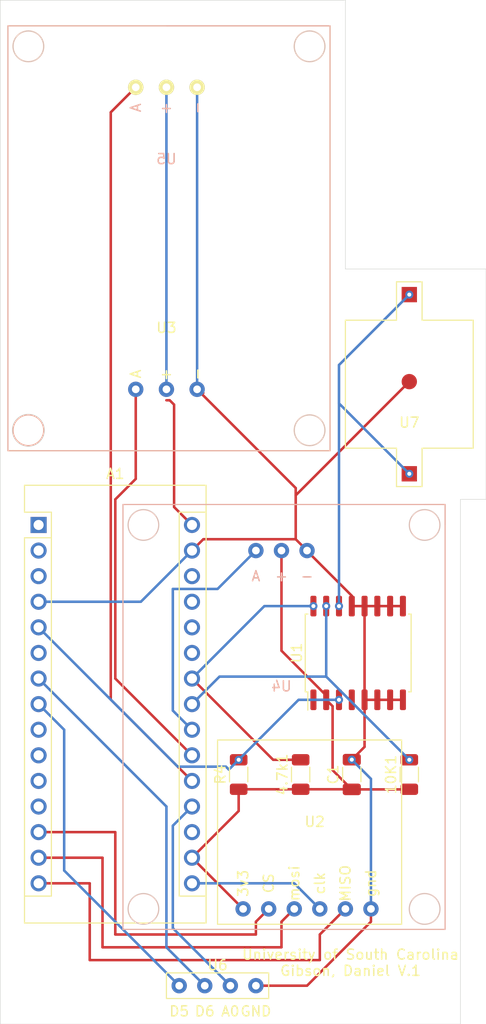
<source format=kicad_pcb>
(kicad_pcb (version 20171130) (host pcbnew "(5.1.10)-1")

  (general
    (thickness 1.6)
    (drawings 23)
    (tracks 113)
    (zones 0)
    (modules 12)
    (nets 33)
  )

  (page A4)
  (layers
    (0 F.Cu signal)
    (31 B.Cu signal)
    (32 B.Adhes user)
    (33 F.Adhes user)
    (34 B.Paste user)
    (35 F.Paste user)
    (36 B.SilkS user)
    (37 F.SilkS user)
    (38 B.Mask user)
    (39 F.Mask user)
    (40 Dwgs.User user)
    (41 Cmts.User user)
    (42 Eco1.User user)
    (43 Eco2.User user)
    (44 Edge.Cuts user)
    (45 Margin user)
    (46 B.CrtYd user)
    (47 F.CrtYd user)
    (48 B.Fab user)
    (49 F.Fab user)
  )

  (setup
    (last_trace_width 0.25)
    (trace_clearance 0.2)
    (zone_clearance 0.508)
    (zone_45_only no)
    (trace_min 0.2)
    (via_size 0.8)
    (via_drill 0.4)
    (via_min_size 0.4)
    (via_min_drill 0.3)
    (uvia_size 0.3)
    (uvia_drill 0.1)
    (uvias_allowed no)
    (uvia_min_size 0.2)
    (uvia_min_drill 0.1)
    (edge_width 0.05)
    (segment_width 0.2)
    (pcb_text_width 0.3)
    (pcb_text_size 1.5 1.5)
    (mod_edge_width 0.12)
    (mod_text_size 1 1)
    (mod_text_width 0.15)
    (pad_size 1.524 1.524)
    (pad_drill 0.762)
    (pad_to_mask_clearance 0)
    (aux_axis_origin 0 0)
    (visible_elements 7FFFFFFF)
    (pcbplotparams
      (layerselection 0x010fc_ffffffff)
      (usegerberextensions false)
      (usegerberattributes true)
      (usegerberadvancedattributes true)
      (creategerberjobfile true)
      (excludeedgelayer true)
      (linewidth 0.100000)
      (plotframeref false)
      (viasonmask false)
      (mode 1)
      (useauxorigin false)
      (hpglpennumber 1)
      (hpglpenspeed 20)
      (hpglpendiameter 15.000000)
      (psnegative false)
      (psa4output false)
      (plotreference true)
      (plotvalue true)
      (plotinvisibletext false)
      (padsonsilk false)
      (subtractmaskfromsilk false)
      (outputformat 1)
      (mirror false)
      (drillshape 0)
      (scaleselection 1)
      (outputdirectory "./"))
  )

  (net 0 "")
  (net 1 "Net-(A1-Pad1)")
  (net 2 "Net-(10K1-Pad1)")
  (net 3 "Net-(A1-Pad2)")
  (net 4 "Net-(A1-Pad18)")
  (net 5 "Net-(A1-Pad3)")
  (net 6 "Net-(A1-Pad19)")
  (net 7 GND)
  (net 8 "Net-(A1-Pad20)")
  (net 9 "Net-(A1-Pad5)")
  (net 10 "Net-(A1-Pad21)")
  (net 11 "Net-(A1-Pad6)")
  (net 12 "Net-(A1-Pad22)")
  (net 13 "Net-(A1-Pad7)")
  (net 14 "Net-(10K1-Pad2)")
  (net 15 "Net-(A1-Pad8)")
  (net 16 "Net-(4.7k1-Pad2)")
  (net 17 "Net-(A1-Pad9)")
  (net 18 "Net-(A1-Pad25)")
  (net 19 "Net-(A1-Pad10)")
  (net 20 "Net-(A1-Pad26)")
  (net 21 "Net-(A1-Pad11)")
  (net 22 "Net-(A1-Pad27)")
  (net 23 "Net-(A1-Pad12)")
  (net 24 "Net-(A1-Pad28)")
  (net 25 "Net-(A1-Pad13)")
  (net 26 "Net-(A1-Pad14)")
  (net 27 "Net-(A1-Pad30)")
  (net 28 "Net-(A1-Pad15)")
  (net 29 "Net-(A1-Pad16)")
  (net 30 "Net-(U1-Pad1)")
  (net 31 "Net-(U1-Pad4)")
  (net 32 "Net-(U1-Pad14)")

  (net_class Default "This is the default net class."
    (clearance 0.2)
    (trace_width 0.25)
    (via_dia 0.8)
    (via_drill 0.4)
    (uvia_dia 0.3)
    (uvia_drill 0.1)
    (add_net GND)
    (add_net "Net-(10K1-Pad1)")
    (add_net "Net-(10K1-Pad2)")
    (add_net "Net-(4.7k1-Pad2)")
    (add_net "Net-(A1-Pad1)")
    (add_net "Net-(A1-Pad10)")
    (add_net "Net-(A1-Pad11)")
    (add_net "Net-(A1-Pad12)")
    (add_net "Net-(A1-Pad13)")
    (add_net "Net-(A1-Pad14)")
    (add_net "Net-(A1-Pad15)")
    (add_net "Net-(A1-Pad16)")
    (add_net "Net-(A1-Pad18)")
    (add_net "Net-(A1-Pad19)")
    (add_net "Net-(A1-Pad2)")
    (add_net "Net-(A1-Pad20)")
    (add_net "Net-(A1-Pad21)")
    (add_net "Net-(A1-Pad22)")
    (add_net "Net-(A1-Pad25)")
    (add_net "Net-(A1-Pad26)")
    (add_net "Net-(A1-Pad27)")
    (add_net "Net-(A1-Pad28)")
    (add_net "Net-(A1-Pad3)")
    (add_net "Net-(A1-Pad30)")
    (add_net "Net-(A1-Pad5)")
    (add_net "Net-(A1-Pad6)")
    (add_net "Net-(A1-Pad7)")
    (add_net "Net-(A1-Pad8)")
    (add_net "Net-(A1-Pad9)")
    (add_net "Net-(U1-Pad1)")
    (add_net "Net-(U1-Pad14)")
    (add_net "Net-(U1-Pad4)")
  )

  (module Resistor_SMD:R_1206_3216Metric (layer F.Cu) (tedit 5F68FEEE) (tstamp 61318EF9)
    (at 147.32 142.875 90)
    (descr "Resistor SMD 1206 (3216 Metric), square (rectangular) end terminal, IPC_7351 nominal, (Body size source: IPC-SM-782 page 72, https://www.pcb-3d.com/wordpress/wp-content/uploads/ipc-sm-782a_amendment_1_and_2.pdf), generated with kicad-footprint-generator")
    (tags resistor)
    (path /611F2F92)
    (attr smd)
    (fp_text reference 10K1 (at 0 -1.82 90) (layer F.SilkS)
      (effects (font (size 1 1) (thickness 0.15)))
    )
    (fp_text value R (at 0 1.82 90) (layer F.Fab)
      (effects (font (size 1 1) (thickness 0.15)))
    )
    (fp_line (start 2.28 1.12) (end -2.28 1.12) (layer F.CrtYd) (width 0.05))
    (fp_line (start 2.28 -1.12) (end 2.28 1.12) (layer F.CrtYd) (width 0.05))
    (fp_line (start -2.28 -1.12) (end 2.28 -1.12) (layer F.CrtYd) (width 0.05))
    (fp_line (start -2.28 1.12) (end -2.28 -1.12) (layer F.CrtYd) (width 0.05))
    (fp_line (start -0.727064 0.91) (end 0.727064 0.91) (layer F.SilkS) (width 0.12))
    (fp_line (start -0.727064 -0.91) (end 0.727064 -0.91) (layer F.SilkS) (width 0.12))
    (fp_line (start 1.6 0.8) (end -1.6 0.8) (layer F.Fab) (width 0.1))
    (fp_line (start 1.6 -0.8) (end 1.6 0.8) (layer F.Fab) (width 0.1))
    (fp_line (start -1.6 -0.8) (end 1.6 -0.8) (layer F.Fab) (width 0.1))
    (fp_line (start -1.6 0.8) (end -1.6 -0.8) (layer F.Fab) (width 0.1))
    (fp_text user %R (at 0 0 90) (layer F.Fab)
      (effects (font (size 0.8 0.8) (thickness 0.12)))
    )
    (pad 2 smd roundrect (at 1.4625 0 90) (size 1.125 1.75) (layers F.Cu F.Paste F.Mask) (roundrect_rratio 0.2222213333333333)
      (net 14 "Net-(10K1-Pad2)"))
    (pad 1 smd roundrect (at -1.4625 0 90) (size 1.125 1.75) (layers F.Cu F.Paste F.Mask) (roundrect_rratio 0.2222213333333333)
      (net 2 "Net-(10K1-Pad1)"))
    (model ${KISYS3DMOD}/Resistor_SMD.3dshapes/R_1206_3216Metric.wrl
      (at (xyz 0 0 0))
      (scale (xyz 1 1 1))
      (rotate (xyz 0 0 0))
    )
  )

  (module Resistor_SMD:R_1206_3216Metric (layer F.Cu) (tedit 5F68FEEE) (tstamp 61318F0A)
    (at 136.525 142.875 90)
    (descr "Resistor SMD 1206 (3216 Metric), square (rectangular) end terminal, IPC_7351 nominal, (Body size source: IPC-SM-782 page 72, https://www.pcb-3d.com/wordpress/wp-content/uploads/ipc-sm-782a_amendment_1_and_2.pdf), generated with kicad-footprint-generator")
    (tags resistor)
    (path /611F1A9A)
    (attr smd)
    (fp_text reference 4.7k1 (at 0 -1.82 90) (layer F.SilkS)
      (effects (font (size 1 1) (thickness 0.15)))
    )
    (fp_text value R (at 0 1.82 90) (layer F.Fab)
      (effects (font (size 1 1) (thickness 0.15)))
    )
    (fp_line (start -1.6 0.8) (end -1.6 -0.8) (layer F.Fab) (width 0.1))
    (fp_line (start -1.6 -0.8) (end 1.6 -0.8) (layer F.Fab) (width 0.1))
    (fp_line (start 1.6 -0.8) (end 1.6 0.8) (layer F.Fab) (width 0.1))
    (fp_line (start 1.6 0.8) (end -1.6 0.8) (layer F.Fab) (width 0.1))
    (fp_line (start -0.727064 -0.91) (end 0.727064 -0.91) (layer F.SilkS) (width 0.12))
    (fp_line (start -0.727064 0.91) (end 0.727064 0.91) (layer F.SilkS) (width 0.12))
    (fp_line (start -2.28 1.12) (end -2.28 -1.12) (layer F.CrtYd) (width 0.05))
    (fp_line (start -2.28 -1.12) (end 2.28 -1.12) (layer F.CrtYd) (width 0.05))
    (fp_line (start 2.28 -1.12) (end 2.28 1.12) (layer F.CrtYd) (width 0.05))
    (fp_line (start 2.28 1.12) (end -2.28 1.12) (layer F.CrtYd) (width 0.05))
    (fp_text user %R (at 0 0 90) (layer F.Fab)
      (effects (font (size 0.8 0.8) (thickness 0.12)))
    )
    (pad 1 smd roundrect (at -1.4625 0 90) (size 1.125 1.75) (layers F.Cu F.Paste F.Mask) (roundrect_rratio 0.2222213333333333)
      (net 2 "Net-(10K1-Pad1)"))
    (pad 2 smd roundrect (at 1.4625 0 90) (size 1.125 1.75) (layers F.Cu F.Paste F.Mask) (roundrect_rratio 0.2222213333333333)
      (net 16 "Net-(4.7k1-Pad2)"))
    (model ${KISYS3DMOD}/Resistor_SMD.3dshapes/R_1206_3216Metric.wrl
      (at (xyz 0 0 0))
      (scale (xyz 1 1 1))
      (rotate (xyz 0 0 0))
    )
  )

  (module Module:Arduino_Nano (layer F.Cu) (tedit 58ACAF70) (tstamp 61318F47)
    (at 110.49 118.11)
    (descr "Arduino Nano, http://www.mouser.com/pdfdocs/Gravitech_Arduino_Nano3_0.pdf")
    (tags "Arduino Nano")
    (path /611D9AC7)
    (fp_text reference A1 (at 7.62 -5.08) (layer F.SilkS)
      (effects (font (size 1 1) (thickness 0.15)))
    )
    (fp_text value Arduino_Nano_v3.x (at 8.89 19.05 90) (layer F.Fab)
      (effects (font (size 1 1) (thickness 0.15)))
    )
    (fp_line (start 1.27 1.27) (end 1.27 -1.27) (layer F.SilkS) (width 0.12))
    (fp_line (start 1.27 -1.27) (end -1.4 -1.27) (layer F.SilkS) (width 0.12))
    (fp_line (start -1.4 1.27) (end -1.4 39.5) (layer F.SilkS) (width 0.12))
    (fp_line (start -1.4 -3.94) (end -1.4 -1.27) (layer F.SilkS) (width 0.12))
    (fp_line (start 13.97 -1.27) (end 16.64 -1.27) (layer F.SilkS) (width 0.12))
    (fp_line (start 13.97 -1.27) (end 13.97 36.83) (layer F.SilkS) (width 0.12))
    (fp_line (start 13.97 36.83) (end 16.64 36.83) (layer F.SilkS) (width 0.12))
    (fp_line (start 1.27 1.27) (end -1.4 1.27) (layer F.SilkS) (width 0.12))
    (fp_line (start 1.27 1.27) (end 1.27 36.83) (layer F.SilkS) (width 0.12))
    (fp_line (start 1.27 36.83) (end -1.4 36.83) (layer F.SilkS) (width 0.12))
    (fp_line (start 3.81 31.75) (end 11.43 31.75) (layer F.Fab) (width 0.1))
    (fp_line (start 11.43 31.75) (end 11.43 41.91) (layer F.Fab) (width 0.1))
    (fp_line (start 11.43 41.91) (end 3.81 41.91) (layer F.Fab) (width 0.1))
    (fp_line (start 3.81 41.91) (end 3.81 31.75) (layer F.Fab) (width 0.1))
    (fp_line (start -1.4 39.5) (end 16.64 39.5) (layer F.SilkS) (width 0.12))
    (fp_line (start 16.64 39.5) (end 16.64 -3.94) (layer F.SilkS) (width 0.12))
    (fp_line (start 16.64 -3.94) (end -1.4 -3.94) (layer F.SilkS) (width 0.12))
    (fp_line (start 16.51 39.37) (end -1.27 39.37) (layer F.Fab) (width 0.1))
    (fp_line (start -1.27 39.37) (end -1.27 -2.54) (layer F.Fab) (width 0.1))
    (fp_line (start -1.27 -2.54) (end 0 -3.81) (layer F.Fab) (width 0.1))
    (fp_line (start 0 -3.81) (end 16.51 -3.81) (layer F.Fab) (width 0.1))
    (fp_line (start 16.51 -3.81) (end 16.51 39.37) (layer F.Fab) (width 0.1))
    (fp_line (start -1.53 -4.06) (end 16.75 -4.06) (layer F.CrtYd) (width 0.05))
    (fp_line (start -1.53 -4.06) (end -1.53 42.16) (layer F.CrtYd) (width 0.05))
    (fp_line (start 16.75 42.16) (end 16.75 -4.06) (layer F.CrtYd) (width 0.05))
    (fp_line (start 16.75 42.16) (end -1.53 42.16) (layer F.CrtYd) (width 0.05))
    (fp_text user %R (at 6.35 19.05 90) (layer F.Fab)
      (effects (font (size 1 1) (thickness 0.15)))
    )
    (pad 1 thru_hole rect (at 0 0) (size 1.6 1.6) (drill 1) (layers *.Cu *.Mask)
      (net 1 "Net-(A1-Pad1)"))
    (pad 17 thru_hole oval (at 15.24 33.02) (size 1.6 1.6) (drill 1) (layers *.Cu *.Mask)
      (net 2 "Net-(10K1-Pad1)"))
    (pad 2 thru_hole oval (at 0 2.54) (size 1.6 1.6) (drill 1) (layers *.Cu *.Mask)
      (net 3 "Net-(A1-Pad2)"))
    (pad 18 thru_hole oval (at 15.24 30.48) (size 1.6 1.6) (drill 1) (layers *.Cu *.Mask)
      (net 4 "Net-(A1-Pad18)"))
    (pad 3 thru_hole oval (at 0 5.08) (size 1.6 1.6) (drill 1) (layers *.Cu *.Mask)
      (net 5 "Net-(A1-Pad3)"))
    (pad 19 thru_hole oval (at 15.24 27.94) (size 1.6 1.6) (drill 1) (layers *.Cu *.Mask)
      (net 6 "Net-(A1-Pad19)"))
    (pad 4 thru_hole oval (at 0 7.62) (size 1.6 1.6) (drill 1) (layers *.Cu *.Mask)
      (net 7 GND))
    (pad 20 thru_hole oval (at 15.24 25.4) (size 1.6 1.6) (drill 1) (layers *.Cu *.Mask)
      (net 8 "Net-(A1-Pad20)"))
    (pad 5 thru_hole oval (at 0 10.16) (size 1.6 1.6) (drill 1) (layers *.Cu *.Mask)
      (net 9 "Net-(A1-Pad5)"))
    (pad 21 thru_hole oval (at 15.24 22.86) (size 1.6 1.6) (drill 1) (layers *.Cu *.Mask)
      (net 10 "Net-(A1-Pad21)"))
    (pad 6 thru_hole oval (at 0 12.7) (size 1.6 1.6) (drill 1) (layers *.Cu *.Mask)
      (net 11 "Net-(A1-Pad6)"))
    (pad 22 thru_hole oval (at 15.24 20.32) (size 1.6 1.6) (drill 1) (layers *.Cu *.Mask)
      (net 12 "Net-(A1-Pad22)"))
    (pad 7 thru_hole oval (at 0 15.24) (size 1.6 1.6) (drill 1) (layers *.Cu *.Mask)
      (net 13 "Net-(A1-Pad7)"))
    (pad 23 thru_hole oval (at 15.24 17.78) (size 1.6 1.6) (drill 1) (layers *.Cu *.Mask)
      (net 14 "Net-(10K1-Pad2)"))
    (pad 8 thru_hole oval (at 0 17.78) (size 1.6 1.6) (drill 1) (layers *.Cu *.Mask)
      (net 15 "Net-(A1-Pad8)"))
    (pad 24 thru_hole oval (at 15.24 15.24) (size 1.6 1.6) (drill 1) (layers *.Cu *.Mask)
      (net 16 "Net-(4.7k1-Pad2)"))
    (pad 9 thru_hole oval (at 0 20.32) (size 1.6 1.6) (drill 1) (layers *.Cu *.Mask)
      (net 17 "Net-(A1-Pad9)"))
    (pad 25 thru_hole oval (at 15.24 12.7) (size 1.6 1.6) (drill 1) (layers *.Cu *.Mask)
      (net 18 "Net-(A1-Pad25)"))
    (pad 10 thru_hole oval (at 0 22.86) (size 1.6 1.6) (drill 1) (layers *.Cu *.Mask)
      (net 19 "Net-(A1-Pad10)"))
    (pad 26 thru_hole oval (at 15.24 10.16) (size 1.6 1.6) (drill 1) (layers *.Cu *.Mask)
      (net 20 "Net-(A1-Pad26)"))
    (pad 11 thru_hole oval (at 0 25.4) (size 1.6 1.6) (drill 1) (layers *.Cu *.Mask)
      (net 21 "Net-(A1-Pad11)"))
    (pad 27 thru_hole oval (at 15.24 7.62) (size 1.6 1.6) (drill 1) (layers *.Cu *.Mask)
      (net 22 "Net-(A1-Pad27)"))
    (pad 12 thru_hole oval (at 0 27.94) (size 1.6 1.6) (drill 1) (layers *.Cu *.Mask)
      (net 23 "Net-(A1-Pad12)"))
    (pad 28 thru_hole oval (at 15.24 5.08) (size 1.6 1.6) (drill 1) (layers *.Cu *.Mask)
      (net 24 "Net-(A1-Pad28)"))
    (pad 13 thru_hole oval (at 0 30.48) (size 1.6 1.6) (drill 1) (layers *.Cu *.Mask)
      (net 25 "Net-(A1-Pad13)"))
    (pad 29 thru_hole oval (at 15.24 2.54) (size 1.6 1.6) (drill 1) (layers *.Cu *.Mask)
      (net 7 GND))
    (pad 14 thru_hole oval (at 0 33.02) (size 1.6 1.6) (drill 1) (layers *.Cu *.Mask)
      (net 26 "Net-(A1-Pad14)"))
    (pad 30 thru_hole oval (at 15.24 0) (size 1.6 1.6) (drill 1) (layers *.Cu *.Mask)
      (net 27 "Net-(A1-Pad30)"))
    (pad 15 thru_hole oval (at 0 35.56) (size 1.6 1.6) (drill 1) (layers *.Cu *.Mask)
      (net 28 "Net-(A1-Pad15)"))
    (pad 16 thru_hole oval (at 15.24 35.56) (size 1.6 1.6) (drill 1) (layers *.Cu *.Mask)
      (net 29 "Net-(A1-Pad16)"))
    (model ${KISYS3DMOD}/Module.3dshapes/Arduino_Nano_WithMountingHoles.wrl
      (at (xyz 0 0 0))
      (scale (xyz 1 1 1))
      (rotate (xyz 0 0 0))
    )
  )

  (module Capacitor_SMD:C_1206_3216Metric (layer F.Cu) (tedit 5F68FEEE) (tstamp 61318F58)
    (at 141.605 142.875 90)
    (descr "Capacitor SMD 1206 (3216 Metric), square (rectangular) end terminal, IPC_7351 nominal, (Body size source: IPC-SM-782 page 76, https://www.pcb-3d.com/wordpress/wp-content/uploads/ipc-sm-782a_amendment_1_and_2.pdf), generated with kicad-footprint-generator")
    (tags capacitor)
    (path /6120FB5F)
    (attr smd)
    (fp_text reference C1 (at 0 -1.85 90) (layer F.SilkS)
      (effects (font (size 1 1) (thickness 0.15)))
    )
    (fp_text value C (at 0 1.85 90) (layer F.Fab)
      (effects (font (size 1 1) (thickness 0.15)))
    )
    (fp_line (start -1.6 0.8) (end -1.6 -0.8) (layer F.Fab) (width 0.1))
    (fp_line (start -1.6 -0.8) (end 1.6 -0.8) (layer F.Fab) (width 0.1))
    (fp_line (start 1.6 -0.8) (end 1.6 0.8) (layer F.Fab) (width 0.1))
    (fp_line (start 1.6 0.8) (end -1.6 0.8) (layer F.Fab) (width 0.1))
    (fp_line (start -0.711252 -0.91) (end 0.711252 -0.91) (layer F.SilkS) (width 0.12))
    (fp_line (start -0.711252 0.91) (end 0.711252 0.91) (layer F.SilkS) (width 0.12))
    (fp_line (start -2.3 1.15) (end -2.3 -1.15) (layer F.CrtYd) (width 0.05))
    (fp_line (start -2.3 -1.15) (end 2.3 -1.15) (layer F.CrtYd) (width 0.05))
    (fp_line (start 2.3 -1.15) (end 2.3 1.15) (layer F.CrtYd) (width 0.05))
    (fp_line (start 2.3 1.15) (end -2.3 1.15) (layer F.CrtYd) (width 0.05))
    (fp_text user %R (at 0 0 90) (layer F.Fab)
      (effects (font (size 0.8 0.8) (thickness 0.12)))
    )
    (pad 1 smd roundrect (at -1.475 0 90) (size 1.15 1.8) (layers F.Cu F.Paste F.Mask) (roundrect_rratio 0.2173904347826087)
      (net 2 "Net-(10K1-Pad1)"))
    (pad 2 smd roundrect (at 1.475 0 90) (size 1.15 1.8) (layers F.Cu F.Paste F.Mask) (roundrect_rratio 0.2173904347826087)
      (net 7 GND))
    (model ${KISYS3DMOD}/Capacitor_SMD.3dshapes/C_1206_3216Metric.wrl
      (at (xyz 0 0 0))
      (scale (xyz 1 1 1))
      (rotate (xyz 0 0 0))
    )
  )

  (module Resistor_SMD:R_1206_3216Metric (layer F.Cu) (tedit 5F68FEEE) (tstamp 61318F69)
    (at 130.3675 142.875 90)
    (descr "Resistor SMD 1206 (3216 Metric), square (rectangular) end terminal, IPC_7351 nominal, (Body size source: IPC-SM-782 page 72, https://www.pcb-3d.com/wordpress/wp-content/uploads/ipc-sm-782a_amendment_1_and_2.pdf), generated with kicad-footprint-generator")
    (tags resistor)
    (path /612091F6)
    (attr smd)
    (fp_text reference R4 (at 0 -1.82 90) (layer F.SilkS)
      (effects (font (size 1 1) (thickness 0.15)))
    )
    (fp_text value R (at 0 1.82 90) (layer F.Fab)
      (effects (font (size 1 1) (thickness 0.15)))
    )
    (fp_line (start -1.6 0.8) (end -1.6 -0.8) (layer F.Fab) (width 0.1))
    (fp_line (start -1.6 -0.8) (end 1.6 -0.8) (layer F.Fab) (width 0.1))
    (fp_line (start 1.6 -0.8) (end 1.6 0.8) (layer F.Fab) (width 0.1))
    (fp_line (start 1.6 0.8) (end -1.6 0.8) (layer F.Fab) (width 0.1))
    (fp_line (start -0.727064 -0.91) (end 0.727064 -0.91) (layer F.SilkS) (width 0.12))
    (fp_line (start -0.727064 0.91) (end 0.727064 0.91) (layer F.SilkS) (width 0.12))
    (fp_line (start -2.28 1.12) (end -2.28 -1.12) (layer F.CrtYd) (width 0.05))
    (fp_line (start -2.28 -1.12) (end 2.28 -1.12) (layer F.CrtYd) (width 0.05))
    (fp_line (start 2.28 -1.12) (end 2.28 1.12) (layer F.CrtYd) (width 0.05))
    (fp_line (start 2.28 1.12) (end -2.28 1.12) (layer F.CrtYd) (width 0.05))
    (fp_text user %R (at 0 0 90) (layer F.Fab)
      (effects (font (size 0.8 0.8) (thickness 0.12)))
    )
    (pad 1 smd roundrect (at -1.4625 0 90) (size 1.125 1.75) (layers F.Cu F.Paste F.Mask) (roundrect_rratio 0.2222213333333333)
      (net 2 "Net-(10K1-Pad1)"))
    (pad 2 smd roundrect (at 1.4625 0 90) (size 1.125 1.75) (layers F.Cu F.Paste F.Mask) (roundrect_rratio 0.2222213333333333)
      (net 9 "Net-(A1-Pad5)"))
    (model ${KISYS3DMOD}/Resistor_SMD.3dshapes/R_1206_3216Metric.wrl
      (at (xyz 0 0 0))
      (scale (xyz 1 1 1))
      (rotate (xyz 0 0 0))
    )
  )

  (module Package_SO:SOIC-16W_7.5x10.3mm_P1.27mm (layer F.Cu) (tedit 5D9F72B1) (tstamp 61318F90)
    (at 142.24 130.81 90)
    (descr "SOIC, 16 Pin (JEDEC MS-013AA, https://www.analog.com/media/en/package-pcb-resources/package/pkg_pdf/soic_wide-rw/rw_16.pdf), generated with kicad-footprint-generator ipc_gullwing_generator.py")
    (tags "SOIC SO")
    (path /611DAA6B)
    (attr smd)
    (fp_text reference U1 (at 0 -6.1 90) (layer F.SilkS)
      (effects (font (size 1 1) (thickness 0.15)))
    )
    (fp_text value DS3231M (at 0 6.1 90) (layer F.Fab)
      (effects (font (size 1 1) (thickness 0.15)))
    )
    (fp_line (start 0 5.26) (end 3.86 5.26) (layer F.SilkS) (width 0.12))
    (fp_line (start 3.86 5.26) (end 3.86 5.005) (layer F.SilkS) (width 0.12))
    (fp_line (start 0 5.26) (end -3.86 5.26) (layer F.SilkS) (width 0.12))
    (fp_line (start -3.86 5.26) (end -3.86 5.005) (layer F.SilkS) (width 0.12))
    (fp_line (start 0 -5.26) (end 3.86 -5.26) (layer F.SilkS) (width 0.12))
    (fp_line (start 3.86 -5.26) (end 3.86 -5.005) (layer F.SilkS) (width 0.12))
    (fp_line (start 0 -5.26) (end -3.86 -5.26) (layer F.SilkS) (width 0.12))
    (fp_line (start -3.86 -5.26) (end -3.86 -5.005) (layer F.SilkS) (width 0.12))
    (fp_line (start -3.86 -5.005) (end -5.675 -5.005) (layer F.SilkS) (width 0.12))
    (fp_line (start -2.75 -5.15) (end 3.75 -5.15) (layer F.Fab) (width 0.1))
    (fp_line (start 3.75 -5.15) (end 3.75 5.15) (layer F.Fab) (width 0.1))
    (fp_line (start 3.75 5.15) (end -3.75 5.15) (layer F.Fab) (width 0.1))
    (fp_line (start -3.75 5.15) (end -3.75 -4.15) (layer F.Fab) (width 0.1))
    (fp_line (start -3.75 -4.15) (end -2.75 -5.15) (layer F.Fab) (width 0.1))
    (fp_line (start -5.93 -5.4) (end -5.93 5.4) (layer F.CrtYd) (width 0.05))
    (fp_line (start -5.93 5.4) (end 5.93 5.4) (layer F.CrtYd) (width 0.05))
    (fp_line (start 5.93 5.4) (end 5.93 -5.4) (layer F.CrtYd) (width 0.05))
    (fp_line (start 5.93 -5.4) (end -5.93 -5.4) (layer F.CrtYd) (width 0.05))
    (fp_text user %R (at 0 0 90) (layer F.Fab)
      (effects (font (size 1 1) (thickness 0.15)))
    )
    (pad 1 smd roundrect (at -4.65 -4.445 90) (size 2.05 0.6) (layers F.Cu F.Paste F.Mask) (roundrect_rratio 0.25)
      (net 30 "Net-(U1-Pad1)"))
    (pad 2 smd roundrect (at -4.65 -3.175 90) (size 2.05 0.6) (layers F.Cu F.Paste F.Mask) (roundrect_rratio 0.25)
      (net 2 "Net-(10K1-Pad1)"))
    (pad 3 smd roundrect (at -4.65 -1.905 90) (size 2.05 0.6) (layers F.Cu F.Paste F.Mask) (roundrect_rratio 0.25)
      (net 9 "Net-(A1-Pad5)"))
    (pad 4 smd roundrect (at -4.65 -0.635 90) (size 2.05 0.6) (layers F.Cu F.Paste F.Mask) (roundrect_rratio 0.25)
      (net 31 "Net-(U1-Pad4)"))
    (pad 5 smd roundrect (at -4.65 0.635 90) (size 2.05 0.6) (layers F.Cu F.Paste F.Mask) (roundrect_rratio 0.25)
      (net 7 GND))
    (pad 6 smd roundrect (at -4.65 1.905 90) (size 2.05 0.6) (layers F.Cu F.Paste F.Mask) (roundrect_rratio 0.25)
      (net 7 GND))
    (pad 7 smd roundrect (at -4.65 3.175 90) (size 2.05 0.6) (layers F.Cu F.Paste F.Mask) (roundrect_rratio 0.25)
      (net 7 GND))
    (pad 8 smd roundrect (at -4.65 4.445 90) (size 2.05 0.6) (layers F.Cu F.Paste F.Mask) (roundrect_rratio 0.25)
      (net 7 GND))
    (pad 9 smd roundrect (at 4.65 4.445 90) (size 2.05 0.6) (layers F.Cu F.Paste F.Mask) (roundrect_rratio 0.25)
      (net 7 GND))
    (pad 10 smd roundrect (at 4.65 3.175 90) (size 2.05 0.6) (layers F.Cu F.Paste F.Mask) (roundrect_rratio 0.25)
      (net 7 GND))
    (pad 11 smd roundrect (at 4.65 1.905 90) (size 2.05 0.6) (layers F.Cu F.Paste F.Mask) (roundrect_rratio 0.25)
      (net 7 GND))
    (pad 12 smd roundrect (at 4.65 0.635 90) (size 2.05 0.6) (layers F.Cu F.Paste F.Mask) (roundrect_rratio 0.25)
      (net 7 GND))
    (pad 13 smd roundrect (at 4.65 -0.635 90) (size 2.05 0.6) (layers F.Cu F.Paste F.Mask) (roundrect_rratio 0.25)
      (net 7 GND))
    (pad 14 smd roundrect (at 4.65 -1.905 90) (size 2.05 0.6) (layers F.Cu F.Paste F.Mask) (roundrect_rratio 0.25)
      (net 32 "Net-(U1-Pad14)"))
    (pad 15 smd roundrect (at 4.65 -3.175 90) (size 2.05 0.6) (layers F.Cu F.Paste F.Mask) (roundrect_rratio 0.25)
      (net 14 "Net-(10K1-Pad2)"))
    (pad 16 smd roundrect (at 4.65 -4.445 90) (size 2.05 0.6) (layers F.Cu F.Paste F.Mask) (roundrect_rratio 0.25)
      (net 16 "Net-(4.7k1-Pad2)"))
    (model ${KISYS3DMOD}/Package_SO.3dshapes/SOIC-16W_7.5x10.3mm_P1.27mm.wrl
      (at (xyz 0 0 0))
      (scale (xyz 1 1 1))
      (rotate (xyz 0 0 0))
    )
  )

  (module Water_sensor:MicroSD.V2 (layer F.Cu) (tedit 61311D8C) (tstamp 61318FA4)
    (at 138.43 153.67)
    (path /6131966C)
    (fp_text reference U2 (at -0.508 -6.104) (layer F.SilkS)
      (effects (font (size 1 1) (thickness 0.15)))
    )
    (fp_text value MicroSD.V2 (at -0.508 -7.104) (layer F.Fab)
      (effects (font (size 1 1) (thickness 0.15)))
    )
    (fp_line (start 8.128 4.064) (end -10.16 4.064) (layer F.SilkS) (width 0.12))
    (fp_line (start -10.16 -14.224) (end -10.16 4.064) (layer F.SilkS) (width 0.12))
    (fp_line (start -10.16 -14.224) (end 8.128 -14.224) (layer F.SilkS) (width 0.12))
    (fp_line (start 8.128 -14.224) (end 8.128 4.064) (layer F.SilkS) (width 0.12))
    (fp_text user 3v3 (at -7.62 0 90) (layer F.SilkS)
      (effects (font (size 1 1) (thickness 0.15)))
    )
    (fp_text user CS (at -5.08 0 90) (layer F.SilkS)
      (effects (font (size 1 1) (thickness 0.15)))
    )
    (fp_text user mosi (at -2.54 0 90) (layer F.SilkS)
      (effects (font (size 1 1) (thickness 0.15)))
    )
    (fp_text user clk (at 0 0 90) (layer F.SilkS)
      (effects (font (size 1 1) (thickness 0.15)))
    )
    (fp_text user MISO (at 2.54 0 90) (layer F.SilkS)
      (effects (font (size 1 1) (thickness 0.15)))
    )
    (fp_text user gnd (at 5.08 0 90) (layer F.SilkS)
      (effects (font (size 1 1) (thickness 0.15)))
    )
    (pad 1 thru_hole circle (at -7.62 2.54) (size 1.524 1.524) (drill 0.762) (layers *.Cu *.Mask)
      (net 2 "Net-(10K1-Pad1)"))
    (pad 2 thru_hole circle (at -5.08 2.54) (size 1.524 1.524) (drill 0.762) (layers *.Cu *.Mask)
      (net 25 "Net-(A1-Pad13)"))
    (pad 3 thru_hole circle (at -2.54 2.54) (size 1.524 1.524) (drill 0.762) (layers *.Cu *.Mask)
      (net 26 "Net-(A1-Pad14)"))
    (pad 4 thru_hole circle (at 0 2.54) (size 1.524 1.524) (drill 0.762) (layers *.Cu *.Mask)
      (net 29 "Net-(A1-Pad16)"))
    (pad 5 thru_hole circle (at 2.54 2.54) (size 1.524 1.524) (drill 0.762) (layers *.Cu *.Mask)
      (net 28 "Net-(A1-Pad15)"))
    (pad 6 thru_hole circle (at 5.08 2.54) (size 1.524 1.524) (drill 0.762) (layers *.Cu *.Mask)
      (net 7 GND))
  )

  (module Water_sensor:PH_meter (layer F.Cu) (tedit 6123D3F6) (tstamp 61318FBB)
    (at 123.19 105.664)
    (path /611DE7D8)
    (fp_text reference U3 (at 0 -7.12) (layer F.SilkS)
      (effects (font (size 1 1) (thickness 0.15)))
    )
    (fp_text value Phsensor (at 0 -8.12) (layer F.Fab)
      (effects (font (size 1 1) (thickness 0.15)))
    )
    (fp_circle (center 14.224 -35.052) (end 14.224 -36.576) (layer F.SilkS) (width 0.12))
    (fp_circle (center -13.716 -35.052) (end -13.716 -36.576) (layer F.SilkS) (width 0.12))
    (fp_circle (center 14.224 3.048) (end 12.7 3.048) (layer F.SilkS) (width 0.12))
    (fp_circle (center -13.716 3.048) (end -15.24 3.048) (layer F.SilkS) (width 0.12))
    (fp_line (start -15.748 5.08) (end -13.716 5.08) (layer F.SilkS) (width 0.12))
    (fp_line (start -15.24 5.08) (end 0 5.08) (layer F.SilkS) (width 0.12))
    (fp_line (start 16.256 -37.084) (end -15.748 -37.084) (layer F.SilkS) (width 0.12))
    (fp_line (start 16.256 5.08) (end 16.256 -37.084) (layer F.SilkS) (width 0.12))
    (fp_line (start 0 5.08) (end 16.256 5.08) (layer F.SilkS) (width 0.12))
    (fp_line (start 16.256 5.08) (end 13.716 5.08) (layer F.SilkS) (width 0.12))
    (fp_line (start 16.256 5.08) (end 16.256 2.54) (layer F.SilkS) (width 0.12))
    (fp_line (start -15.748 -37.084) (end -15.748 5.08) (layer F.SilkS) (width 0.12))
    (fp_line (start -15.748 5.08) (end -15.24 5.08) (layer F.SilkS) (width 0.12))
    (fp_text user A (at -3.048 -2.54 90) (layer F.SilkS)
      (effects (font (size 1 1) (thickness 0.15)))
    )
    (fp_text user + (at 0 -2.54) (layer F.SilkS)
      (effects (font (size 1 1) (thickness 0.15)))
    )
    (fp_text user - (at 3.048 -2.54 90) (layer F.SilkS)
      (effects (font (size 1 1) (thickness 0.15)))
    )
    (pad 1 thru_hole circle (at -3.048 -1.016) (size 1.524 1.524) (drill 0.762) (layers *.Cu *.Mask)
      (net 10 "Net-(A1-Pad21)"))
    (pad 2 thru_hole circle (at 0 -1.016) (size 1.524 1.524) (drill 0.762) (layers *.Cu *.Mask)
      (net 22 "Net-(A1-Pad27)"))
    (pad 3 thru_hole circle (at 3.048 -1.016) (size 1.524 1.524) (drill 0.762) (layers *.Cu *.Mask)
      (net 7 GND))
  )

  (module Water_sensor:TDS_meter (layer B.Cu) (tedit 6127A295) (tstamp 61318FCF)
    (at 134.62 123.19)
    (path /611DF0BD)
    (fp_text reference U4 (at 0 10.93) (layer B.SilkS)
      (effects (font (size 1 1) (thickness 0.15)) (justify mirror))
    )
    (fp_text value TDSSensor (at 0 11.93) (layer B.Fab)
      (effects (font (size 1 1) (thickness 0.15)) (justify mirror))
    )
    (fp_line (start 16.256 -7.112) (end 14.224 -7.112) (layer B.SilkS) (width 0.12))
    (fp_line (start -15.748 -7.112) (end -15.748 35.052) (layer B.SilkS) (width 0.12))
    (fp_line (start -15.748 35.052) (end 16.256 35.052) (layer B.SilkS) (width 0.12))
    (fp_line (start 16.256 35.052) (end 16.256 -7.112) (layer B.SilkS) (width 0.12))
    (fp_line (start -15.748 -7.112) (end 16.256 -7.112) (layer B.SilkS) (width 0.12))
    (fp_line (start 16.256 -7.112) (end 16.256 -5.08) (layer B.SilkS) (width 0.12))
    (fp_circle (center 14.224 -5.08) (end 15.748 -5.08) (layer B.SilkS) (width 0.12))
    (fp_circle (center -13.716 -5.08) (end -15.24 -5.08) (layer B.SilkS) (width 0.12))
    (fp_circle (center -13.716 33.02) (end -15.24 33.02) (layer B.SilkS) (width 0.12))
    (fp_circle (center 14.224 33.02) (end 15.748 33.02) (layer B.SilkS) (width 0.12))
    (fp_text user A (at -2.54 0) (layer B.SilkS)
      (effects (font (size 1 1) (thickness 0.15)) (justify mirror))
    )
    (fp_text user + (at 0 0) (layer B.SilkS)
      (effects (font (size 1 1) (thickness 0.15)) (justify mirror))
    )
    (fp_text user - (at 2.54 0) (layer B.SilkS)
      (effects (font (size 1 1) (thickness 0.15)) (justify mirror))
    )
    (pad 1 thru_hole circle (at -2.54 -2.54) (size 1.524 1.524) (drill 0.762) (layers *.Cu *.Mask)
      (net 12 "Net-(A1-Pad22)"))
    (pad 2 thru_hole circle (at 0 -2.54) (size 1.524 1.524) (drill 0.762) (layers *.Cu *.Mask)
      (net 2 "Net-(10K1-Pad1)"))
    (pad 3 thru_hole circle (at 2.54 -2.54) (size 1.524 1.524) (drill 0.762) (layers *.Cu *.Mask)
      (net 7 GND))
  )

  (module Water_sensor:ORP_meter (layer B.Cu) (tedit 6123D35D) (tstamp 61318FE2)
    (at 123.19 73.66)
    (path /611DDCB5)
    (fp_text reference U5 (at 0 8.136) (layer B.SilkS)
      (effects (font (size 1 1) (thickness 0.15)) (justify mirror))
    )
    (fp_text value ORPmeter (at 0 9.136) (layer B.Fab)
      (effects (font (size 1 1) (thickness 0.15)) (justify mirror))
    )
    (fp_line (start 0 -5.08) (end 16.256 -5.08) (layer B.SilkS) (width 0.12))
    (fp_line (start 16.256 -5.08) (end -15.748 -5.08) (layer B.SilkS) (width 0.12))
    (fp_line (start -15.748 -5.08) (end -15.748 37.084) (layer B.SilkS) (width 0.12))
    (fp_line (start -15.748 37.084) (end 16.256 37.084) (layer B.SilkS) (width 0.12))
    (fp_line (start 16.256 37.084) (end 16.256 -5.08) (layer B.SilkS) (width 0.12))
    (fp_circle (center -13.716 -3.048) (end -13.716 -4.572) (layer B.SilkS) (width 0.12))
    (fp_circle (center 14.224 -3.048) (end 14.224 -4.572) (layer B.SilkS) (width 0.12))
    (fp_circle (center -13.716 35.052) (end -13.716 36.576) (layer B.SilkS) (width 0.12))
    (fp_circle (center 14.224 35.052) (end 14.224 36.576) (layer B.SilkS) (width 0.12))
    (fp_text user A (at -3.048 3.048 -90) (layer B.SilkS)
      (effects (font (size 1 1) (thickness 0.15)) (justify mirror))
    )
    (fp_text user + (at 0 3.048) (layer B.SilkS)
      (effects (font (size 1 1) (thickness 0.15)) (justify mirror))
    )
    (fp_text user - (at 3.048 3.048 -90) (layer B.SilkS)
      (effects (font (size 1 1) (thickness 0.15)) (justify mirror))
    )
    (pad 1 thru_hole circle (at -3.048 1.016) (size 1.524 1.524) (drill 0.762) (layers *.Cu *.Mask F.SilkS)
      (net 8 "Net-(A1-Pad20)"))
    (pad 2 thru_hole circle (at 0 1.016) (size 1.524 1.524) (drill 0.762) (layers *.Cu *.Mask F.SilkS)
      (net 22 "Net-(A1-Pad27)"))
    (pad 3 thru_hole circle (at 3.048 1.016) (size 1.524 1.524) (drill 0.762) (layers *.Cu *.Mask F.SilkS)
      (net 7 GND))
  )

  (module Water_sensor:Rails (layer F.Cu) (tedit 612BC928) (tstamp 61318FF2)
    (at 128.27 161.29)
    (path /612C46DA)
    (fp_text reference U6 (at 0 0.5) (layer F.SilkS)
      (effects (font (size 1 1) (thickness 0.15)))
    )
    (fp_text value Rails (at 0 -0.5) (layer F.Fab)
      (effects (font (size 1 1) (thickness 0.15)))
    )
    (fp_line (start -5.08 1.27) (end 5.08 1.27) (layer F.SilkS) (width 0.12))
    (fp_line (start 5.08 1.27) (end 5.08 3.81) (layer F.SilkS) (width 0.12))
    (fp_line (start 5.08 3.81) (end -5.08 3.81) (layer F.SilkS) (width 0.12))
    (fp_line (start -5.08 3.81) (end -5.08 1.27) (layer F.SilkS) (width 0.12))
    (fp_text user D5 (at -3.81 5.08) (layer F.SilkS)
      (effects (font (size 1 1) (thickness 0.15)))
    )
    (fp_text user D6 (at -1.27 5.08) (layer F.SilkS)
      (effects (font (size 1 1) (thickness 0.15)))
    )
    (fp_text user A0 (at 1.27 5.08) (layer F.SilkS)
      (effects (font (size 1 1) (thickness 0.15)))
    )
    (fp_text user GND (at 3.81 5.08) (layer F.SilkS)
      (effects (font (size 1 1) (thickness 0.15)))
    )
    (pad 1 thru_hole circle (at -3.81 2.54) (size 1.524 1.524) (drill 0.762) (layers *.Cu *.Mask)
      (net 15 "Net-(A1-Pad8)"))
    (pad 2 thru_hole circle (at -1.27 2.54) (size 1.524 1.524) (drill 0.762) (layers *.Cu *.Mask)
      (net 13 "Net-(A1-Pad7)"))
    (pad 3 thru_hole circle (at 1.27 2.54) (size 1.524 1.524) (drill 0.762) (layers *.Cu *.Mask)
      (net 6 "Net-(A1-Pad19)"))
    (pad 4 thru_hole circle (at 3.81 2.54) (size 1.524 1.524) (drill 0.762) (layers *.Cu *.Mask)
      (net 7 GND))
  )

  (module Water_sensor:CR1025 (layer F.Cu) (tedit 61313037) (tstamp 61318FEA)
    (at 147.32 110.49)
    (path /61311168)
    (fp_text reference U7 (at 0 -2.54) (layer F.SilkS)
      (effects (font (size 1 1) (thickness 0.15)))
    )
    (fp_text value CR1025 (at 0 -6.35) (layer F.Fab)
      (effects (font (size 1 1) (thickness 0.15)))
    )
    (fp_line (start -6.35 0) (end -6.35 -12.7) (layer F.SilkS) (width 0.12))
    (fp_line (start 6.35 -12.7) (end 6.35 0) (layer F.SilkS) (width 0.12))
    (fp_line (start 0 3.81) (end 1.27 3.81) (layer F.SilkS) (width 0.12))
    (fp_line (start 1.27 3.81) (end 1.27 0) (layer F.SilkS) (width 0.12))
    (fp_line (start 0 3.81) (end -1.27 3.81) (layer F.SilkS) (width 0.12))
    (fp_line (start -1.27 3.81) (end -1.27 0) (layer F.SilkS) (width 0.12))
    (fp_line (start -6.35 0) (end -1.27 0) (layer F.SilkS) (width 0.12))
    (fp_line (start 1.27 0) (end 6.35 0) (layer F.SilkS) (width 0.12))
    (fp_line (start 1.27 -12.7) (end 1.27 -16.51) (layer F.SilkS) (width 0.12))
    (fp_line (start 1.27 -16.51) (end -1.27 -16.51) (layer F.SilkS) (width 0.12))
    (fp_line (start -1.27 -16.51) (end -1.27 -12.7) (layer F.SilkS) (width 0.12))
    (fp_line (start -6.35 -12.7) (end -1.27 -12.7) (layer F.SilkS) (width 0.12))
    (fp_line (start 1.27 -12.7) (end 6.35 -12.7) (layer F.SilkS) (width 0.12))
    (pad 1 smd rect (at 0 -15.24) (size 1.524 1.524) (layers F.Cu F.Paste F.Mask)
      (net 32 "Net-(U1-Pad14)"))
    (pad 2 smd rect (at 0 2.54) (size 1.524 1.524) (layers F.Cu F.Paste F.Mask)
      (net 32 "Net-(U1-Pad14)"))
    (pad 3 smd circle (at 0 -6.604) (size 1.524 1.524) (layers F.Cu F.Paste F.Mask)
      (net 7 GND))
  )

  (gr_text "University of South Carolina\nGibson, Daniel V.1" (at 141.478 161.544) (layer F.SilkS)
    (effects (font (size 1 1) (thickness 0.15)))
  )
  (gr_circle (center 120.904 156.21) (end 121.158 154.686) (layer Edge.Cuts) (width 0.05))
  (gr_circle (center 148.844 156.21) (end 148.844 157.734) (layer Edge.Cuts) (width 0.05))
  (gr_circle (center 120.904 118.11) (end 120.65 116.586) (layer Edge.Cuts) (width 0.05))
  (gr_circle (center 137.414 70.612) (end 137.414 69.088) (layer Edge.Cuts) (width 0.05))
  (gr_circle (center 109.474 70.612) (end 109.474 69.088) (layer Edge.Cuts) (width 0.05))
  (gr_circle (center 109.474 108.712) (end 109.982 107.188) (layer Edge.Cuts) (width 0.05))
  (gr_circle (center 137.414 108.712) (end 137.414 107.188) (layer Edge.Cuts) (width 0.05))
  (gr_circle (center 148.844 118.11) (end 149.098 116.586) (layer Edge.Cuts) (width 0.05))
  (gr_line (start 154.94 92.71) (end 140.97 92.71) (layer Edge.Cuts) (width 0.05))
  (gr_line (start 106.68 66.04) (end 106.68 66.675) (layer Edge.Cuts) (width 0.05) (tstamp 61318D1B))
  (gr_line (start 140.97 66.04) (end 106.68 66.04) (layer Edge.Cuts) (width 0.05))
  (gr_line (start 154.94 115.57) (end 154.94 92.71) (layer Edge.Cuts) (width 0.05) (tstamp 61318D1A))
  (gr_line (start 140.97 92.71) (end 140.97 66.04) (layer Edge.Cuts) (width 0.05))
  (gr_line (start 152.4 167.64) (end 152.4 159.385) (layer Edge.Cuts) (width 0.05) (tstamp 61312A0C))
  (gr_line (start 135.89 167.64) (end 152.4 167.64) (layer Edge.Cuts) (width 0.05))
  (gr_line (start 106.68 167.64) (end 106.68 163.195) (layer Edge.Cuts) (width 0.05) (tstamp 61312A0B))
  (gr_line (start 121.285 167.64) (end 106.68 167.64) (layer Edge.Cuts) (width 0.05))
  (gr_line (start 106.68 112.395) (end 106.68 163.195) (layer Edge.Cuts) (width 0.05))
  (gr_line (start 106.68 66.675) (end 106.68 112.395) (layer Edge.Cuts) (width 0.05))
  (gr_line (start 152.4 115.57) (end 154.94 115.57) (layer Edge.Cuts) (width 0.05))
  (gr_line (start 152.4 159.385) (end 152.4 115.57) (layer Edge.Cuts) (width 0.05))
  (gr_line (start 121.285 167.64) (end 135.89 167.64) (layer Edge.Cuts) (width 0.05))

  (segment (start 125.73 151.13) (end 130.81 156.21) (width 0.25) (layer F.Cu) (net 2))
  (segment (start 129.9825 144.3375) (end 130.3675 144.3375) (width 0.25) (layer F.Cu) (net 2))
  (segment (start 130.3675 146.4925) (end 130.3675 144.3375) (width 0.25) (layer F.Cu) (net 2))
  (segment (start 125.73 151.13) (end 130.3675 146.4925) (width 0.25) (layer F.Cu) (net 2))
  (segment (start 130.3675 144.3375) (end 136.525 144.3375) (width 0.25) (layer F.Cu) (net 2))
  (segment (start 141.5925 144.3375) (end 141.605 144.35) (width 0.25) (layer F.Cu) (net 2))
  (segment (start 136.525 144.3375) (end 141.5925 144.3375) (width 0.25) (layer F.Cu) (net 2))
  (segment (start 147.3075 144.35) (end 147.32 144.3375) (width 0.25) (layer F.Cu) (net 2))
  (segment (start 141.605 144.35) (end 147.3075 144.35) (width 0.25) (layer F.Cu) (net 2))
  (segment (start 141.605 144.35) (end 139.7 142.445) (width 0.25) (layer F.Cu) (net 2))
  (segment (start 139.7 136.095) (end 139.065 135.46) (width 0.25) (layer F.Cu) (net 2))
  (segment (start 139.7 142.445) (end 139.7 136.095) (width 0.25) (layer F.Cu) (net 2))
  (segment (start 134.62 130.588232) (end 139.065 135.033232) (width 0.25) (layer F.Cu) (net 2))
  (segment (start 139.065 135.033232) (end 139.065 135.46) (width 0.25) (layer F.Cu) (net 2))
  (segment (start 134.62 120.65) (end 134.62 130.588232) (width 0.25) (layer F.Cu) (net 2))
  (segment (start 125.73 146.05) (end 123.825 147.955) (width 0.25) (layer B.Cu) (net 6))
  (segment (start 123.825 147.955) (end 123.825 158.115) (width 0.25) (layer B.Cu) (net 6))
  (segment (start 123.825 158.115) (end 129.54 163.83) (width 0.25) (layer B.Cu) (net 6))
  (segment (start 126.855001 105.011001) (end 126.238 104.394) (width 0.25) (layer F.Cu) (net 7))
  (segment (start 125.73 120.65) (end 126.855001 119.524999) (width 0.25) (layer F.Cu) (net 7))
  (segment (start 126.855001 119.524999) (end 136.034999 119.524999) (width 0.25) (layer F.Cu) (net 7))
  (segment (start 120.65 125.73) (end 125.73 120.65) (width 0.25) (layer B.Cu) (net 7))
  (segment (start 110.49 125.73) (end 120.65 125.73) (width 0.25) (layer B.Cu) (net 7))
  (segment (start 132.08 163.83) (end 137.16 163.83) (width 0.25) (layer F.Cu) (net 7))
  (segment (start 143.51 157.48) (end 143.51 156.21) (width 0.25) (layer F.Cu) (net 7))
  (segment (start 137.16 163.83) (end 143.51 157.48) (width 0.25) (layer F.Cu) (net 7))
  (via (at 141.605 141.4) (size 0.8) (drill 0.4) (layers F.Cu B.Cu) (net 7))
  (segment (start 143.51 143.305) (end 141.605 141.4) (width 0.25) (layer B.Cu) (net 7))
  (segment (start 143.51 156.21) (end 143.51 143.305) (width 0.25) (layer B.Cu) (net 7))
  (segment (start 142.875 140.13) (end 142.875 135.46) (width 0.25) (layer F.Cu) (net 7))
  (segment (start 141.605 141.4) (end 142.875 140.13) (width 0.25) (layer F.Cu) (net 7))
  (segment (start 142.875 135.46) (end 144.145 135.46) (width 0.25) (layer F.Cu) (net 7))
  (segment (start 144.145 135.46) (end 145.415 135.46) (width 0.25) (layer F.Cu) (net 7))
  (segment (start 145.415 135.46) (end 146.685 135.46) (width 0.25) (layer F.Cu) (net 7))
  (segment (start 142.875 135.46) (end 142.875 126.16) (width 0.25) (layer F.Cu) (net 7))
  (segment (start 142.875 126.16) (end 141.605 126.16) (width 0.25) (layer F.Cu) (net 7))
  (segment (start 142.875 126.16) (end 144.145 126.16) (width 0.25) (layer F.Cu) (net 7))
  (segment (start 144.145 126.16) (end 145.415 126.16) (width 0.25) (layer F.Cu) (net 7))
  (segment (start 145.415 126.16) (end 146.685 126.16) (width 0.25) (layer F.Cu) (net 7))
  (segment (start 137.16 120.69) (end 137.16 120.65) (width 0.25) (layer F.Cu) (net 7))
  (segment (start 141.605 125.135) (end 137.16 120.69) (width 0.25) (layer F.Cu) (net 7))
  (segment (start 141.605 126.16) (end 141.605 125.135) (width 0.25) (layer F.Cu) (net 7))
  (segment (start 137.16 120.65) (end 136.034999 119.524999) (width 0.25) (layer F.Cu) (net 7))
  (segment (start 136.034999 115.171001) (end 147.32 103.886) (width 0.25) (layer F.Cu) (net 7))
  (segment (start 136.034999 119.524999) (end 136.034999 115.171001) (width 0.25) (layer F.Cu) (net 7))
  (segment (start 136.034999 114.444999) (end 136.034999 115.171001) (width 0.25) (layer F.Cu) (net 7))
  (segment (start 126.238 104.648) (end 136.034999 114.444999) (width 0.25) (layer F.Cu) (net 7))
  (segment (start 126.238 74.676) (end 126.238 104.648) (width 0.25) (layer B.Cu) (net 7))
  (segment (start 117.659991 135.439991) (end 125.73 143.51) (width 0.25) (layer F.Cu) (net 8))
  (segment (start 117.659991 77.158009) (end 120.142 74.676) (width 0.25) (layer F.Cu) (net 8))
  (segment (start 117.659991 135.439991) (end 117.659991 77.158009) (width 0.25) (layer F.Cu) (net 8))
  (via (at 130.3675 141.4125) (size 0.8) (drill 0.4) (layers F.Cu B.Cu) (net 9))
  (segment (start 129.395001 142.384999) (end 130.3675 141.4125) (width 0.25) (layer B.Cu) (net 9))
  (via (at 140.335 135.46) (size 0.8) (drill 0.4) (layers F.Cu B.Cu) (net 9))
  (segment (start 136.32 135.46) (end 140.335 135.46) (width 0.25) (layer B.Cu) (net 9))
  (segment (start 130.3675 141.4125) (end 136.32 135.46) (width 0.25) (layer B.Cu) (net 9))
  (segment (start 129.105003 142.095001) (end 129.395001 142.384999) (width 0.25) (layer B.Cu) (net 9))
  (segment (start 124.315001 142.095001) (end 129.105003 142.095001) (width 0.25) (layer B.Cu) (net 9))
  (segment (start 110.49 128.27) (end 124.315001 142.095001) (width 0.25) (layer B.Cu) (net 9))
  (segment (start 120.142 113.538) (end 118.11 115.57) (width 0.25) (layer F.Cu) (net 10))
  (segment (start 118.11 133.35) (end 125.73 140.97) (width 0.25) (layer F.Cu) (net 10))
  (segment (start 118.11 115.57) (end 118.11 133.35) (width 0.25) (layer F.Cu) (net 10))
  (segment (start 120.142 113.538) (end 120.142 104.648) (width 0.25) (layer F.Cu) (net 10))
  (segment (start 125.73 138.43) (end 123.825 136.525) (width 0.25) (layer B.Cu) (net 12))
  (segment (start 123.825 136.525) (end 123.825 124.46) (width 0.25) (layer B.Cu) (net 12))
  (segment (start 123.825 124.46) (end 128.27 124.46) (width 0.25) (layer B.Cu) (net 12))
  (segment (start 128.27 124.46) (end 132.08 120.65) (width 0.25) (layer B.Cu) (net 12))
  (segment (start 123.19 160.02) (end 127 163.83) (width 0.25) (layer B.Cu) (net 13))
  (segment (start 123.19 146.05) (end 123.19 160.02) (width 0.25) (layer B.Cu) (net 13))
  (segment (start 110.49 133.35) (end 123.19 146.05) (width 0.25) (layer B.Cu) (net 13))
  (via (at 139.065 126.16) (size 0.8) (drill 0.4) (layers F.Cu B.Cu) (net 14))
  (via (at 147.32 141.4125) (size 0.8) (drill 0.4) (layers F.Cu B.Cu) (net 14))
  (segment (start 139.065 133.1575) (end 147.32 141.4125) (width 0.25) (layer B.Cu) (net 14))
  (segment (start 139.065 126.16) (end 139.065 133.1575) (width 0.25) (layer B.Cu) (net 14))
  (segment (start 128.4625 133.1575) (end 139.065 133.1575) (width 0.25) (layer B.Cu) (net 14))
  (segment (start 125.73 135.89) (end 128.4625 133.1575) (width 0.25) (layer B.Cu) (net 14))
  (segment (start 110.49 135.89) (end 113.03 138.43) (width 0.25) (layer B.Cu) (net 15))
  (segment (start 113.03 152.4) (end 124.46 163.83) (width 0.25) (layer B.Cu) (net 15))
  (segment (start 113.03 138.43) (end 113.03 152.4) (width 0.25) (layer B.Cu) (net 15))
  (segment (start 133.7925 141.4125) (end 125.73 133.35) (width 0.25) (layer F.Cu) (net 16))
  (segment (start 136.525 141.4125) (end 133.7925 141.4125) (width 0.25) (layer F.Cu) (net 16))
  (segment (start 132.92 126.16) (end 137.795 126.16) (width 0.25) (layer B.Cu) (net 16))
  (segment (start 125.73 133.35) (end 132.92 126.16) (width 0.25) (layer B.Cu) (net 16))
  (via (at 137.795 126.16) (size 0.8) (drill 0.4) (layers F.Cu B.Cu) (net 16))
  (segment (start 123.19 74.676) (end 123.19 104.648) (width 0.25) (layer B.Cu) (net 22))
  (segment (start 132.08 157.48) (end 133.35 156.21) (width 0.25) (layer F.Cu) (net 25))
  (segment (start 132.08 158.75) (end 132.08 157.48) (width 0.25) (layer F.Cu) (net 25))
  (segment (start 118.11 158.75) (end 132.08 158.75) (width 0.25) (layer F.Cu) (net 25))
  (segment (start 118.11 148.59) (end 118.11 158.75) (width 0.25) (layer F.Cu) (net 25))
  (segment (start 110.49 148.59) (end 118.11 148.59) (width 0.25) (layer F.Cu) (net 25))
  (segment (start 110.49 151.13) (end 116.84 151.13) (width 0.25) (layer F.Cu) (net 26))
  (segment (start 116.84 151.13) (end 116.84 160.02) (width 0.25) (layer F.Cu) (net 26))
  (segment (start 116.84 160.02) (end 134.62 160.02) (width 0.25) (layer F.Cu) (net 26))
  (segment (start 134.62 157.48) (end 135.89 156.21) (width 0.25) (layer F.Cu) (net 26))
  (segment (start 134.62 160.02) (end 134.62 157.48) (width 0.25) (layer F.Cu) (net 26))
  (segment (start 125.73 118.11) (end 123.952 116.332) (width 0.25) (layer F.Cu) (net 27))
  (segment (start 123.952 106.172) (end 123.515001 105.735001) (width 0.25) (layer F.Cu) (net 27))
  (segment (start 123.952 116.332) (end 123.952 106.172) (width 0.25) (layer F.Cu) (net 27))
  (segment (start 123.515001 105.735001) (end 123.19 105.735001) (width 0.25) (layer F.Cu) (net 27))
  (segment (start 110.49 153.67) (end 115.57 153.67) (width 0.25) (layer F.Cu) (net 28))
  (segment (start 115.57 153.67) (end 115.57 161.29) (width 0.25) (layer F.Cu) (net 28))
  (segment (start 115.57 161.29) (end 138.43 161.29) (width 0.25) (layer F.Cu) (net 28))
  (segment (start 138.43 158.75) (end 140.97 156.21) (width 0.25) (layer F.Cu) (net 28))
  (segment (start 138.43 161.29) (end 138.43 158.75) (width 0.25) (layer F.Cu) (net 28))
  (segment (start 135.89 153.67) (end 138.43 156.21) (width 0.25) (layer B.Cu) (net 29))
  (segment (start 125.73 153.67) (end 135.89 153.67) (width 0.25) (layer B.Cu) (net 29))
  (via (at 140.335 126.16) (size 0.8) (drill 0.4) (layers F.Cu B.Cu) (net 32))
  (segment (start 140.335 126.16) (end 140.335 102.235) (width 0.25) (layer B.Cu) (net 32))
  (via (at 147.32 95.25) (size 0.8) (drill 0.4) (layers F.Cu B.Cu) (net 32))
  (segment (start 140.335 102.235) (end 147.32 95.25) (width 0.25) (layer B.Cu) (net 32))
  (segment (start 140.335 102.235) (end 140.335 106.045) (width 0.25) (layer B.Cu) (net 32))
  (via (at 147.32 113.03) (size 0.8) (drill 0.4) (layers F.Cu B.Cu) (net 32))
  (segment (start 140.335 106.045) (end 147.32 113.03) (width 0.25) (layer B.Cu) (net 32))

)

</source>
